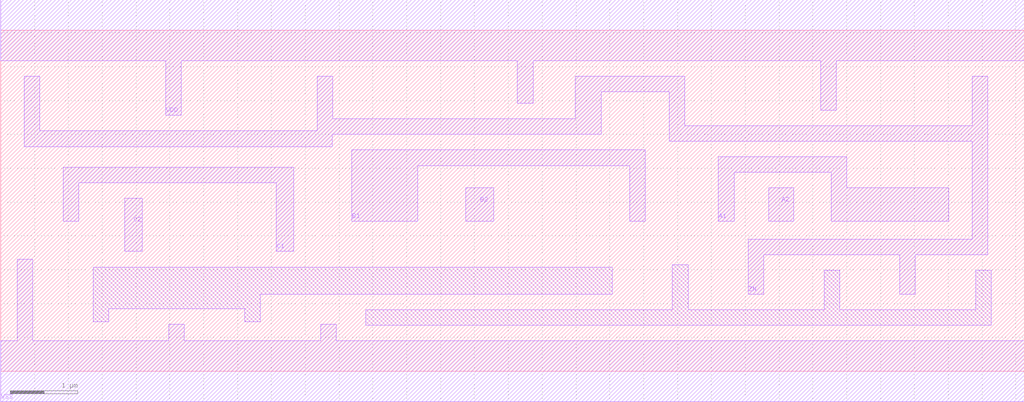
<source format=lef>
# Copyright 2022 GlobalFoundries PDK Authors
#
# Licensed under the Apache License, Version 2.0 (the "License");
# you may not use this file except in compliance with the License.
# You may obtain a copy of the License at
#
#      http://www.apache.org/licenses/LICENSE-2.0
#
# Unless required by applicable law or agreed to in writing, software
# distributed under the License is distributed on an "AS IS" BASIS,
# WITHOUT WARRANTIES OR CONDITIONS OF ANY KIND, either express or implied.
# See the License for the specific language governing permissions and
# limitations under the License.

MACRO gf180mcu_fd_sc_mcu9t5v0__oai222_2
  CLASS core ;
  FOREIGN gf180mcu_fd_sc_mcu9t5v0__oai222_2 0.0 0.0 ;
  ORIGIN 0 0 ;
  SYMMETRY X Y ;
  SITE GF018hv5v_green_sc9 ;
  SIZE 15.12 BY 5.04 ;
  PIN A1
    DIRECTION INPUT ;
    ANTENNAGATEAREA 3.414 ;
    PORT
      LAYER METAL1 ;
        POLYGON 10.605 2.215 10.835 2.215 10.835 2.94 12.27 2.94 12.27 2.215 14.005 2.215 14.005 2.71 12.5 2.71 12.5 3.17 10.605 3.17  ;
    END
  END A1
  PIN A2
    DIRECTION INPUT ;
    ANTENNAGATEAREA 3.414 ;
    PORT
      LAYER METAL1 ;
        POLYGON 11.35 2.215 11.715 2.215 11.715 2.71 11.35 2.71  ;
    END
  END A2
  PIN B1
    DIRECTION INPUT ;
    ANTENNAGATEAREA 3.414 ;
    PORT
      LAYER METAL1 ;
        POLYGON 5.19 2.215 6.165 2.215 6.165 3.04 9.035 3.04 9.295 3.04 9.295 2.215 9.525 2.215 9.525 3.27 9.035 3.27 5.19 3.27  ;
    END
  END B1
  PIN B2
    DIRECTION INPUT ;
    ANTENNAGATEAREA 3.414 ;
    PORT
      LAYER METAL1 ;
        POLYGON 6.87 2.215 7.285 2.215 7.285 2.71 6.87 2.71  ;
    END
  END B2
  PIN C1
    DIRECTION INPUT ;
    ANTENNAGATEAREA 3.414 ;
    PORT
      LAYER METAL1 ;
        POLYGON 0.925 2.215 1.155 2.215 1.155 2.785 4.07 2.785 4.07 1.77 4.33 1.77 4.33 3.015 0.925 3.015  ;
    END
  END C1
  PIN C2
    DIRECTION INPUT ;
    ANTENNAGATEAREA 3.414 ;
    PORT
      LAYER METAL1 ;
        POLYGON 1.83 1.77 2.09 1.77 2.09 2.555 1.83 2.555  ;
    END
  END C2
  PIN ZN
    DIRECTION OUTPUT ;
    ANTENNADIFFAREA 6.57 ;
    PORT
      LAYER METAL1 ;
        POLYGON 0.345 3.32 4.9 3.32 4.9 3.5 8.87 3.5 8.87 4.13 9.035 4.13 9.875 4.13 9.875 3.4 14.355 3.4 14.355 1.95 11.045 1.95 11.045 1.14 11.275 1.14 11.275 1.72 13.285 1.72 13.285 1.14 13.515 1.14 13.515 1.72 14.585 1.72 14.585 4.36 14.355 4.36 14.355 3.63 10.105 3.63 10.105 4.36 9.035 4.36 8.49 4.36 8.49 3.73 4.905 3.73 4.905 4.36 4.675 4.36 4.675 3.55 0.575 3.55 0.575 4.36 0.345 4.36  ;
    END
  END ZN
  PIN VDD
    DIRECTION INOUT ;
    USE power ;
    SHAPE ABUTMENT ;
    PORT
      LAYER METAL1 ;
        POLYGON 0 4.59 2.435 4.59 2.435 3.78 2.665 3.78 2.665 4.59 7.635 4.59 7.635 3.96 7.865 3.96 7.865 4.59 9.035 4.59 12.115 4.59 12.115 3.86 12.345 3.86 12.345 4.59 14.635 4.59 15.12 4.59 15.12 5.49 14.635 5.49 9.035 5.49 0 5.49  ;
    END
  END VDD
  PIN VSS
    DIRECTION INOUT ;
    USE ground ;
    SHAPE ABUTMENT ;
    PORT
      LAYER METAL1 ;
        POLYGON 0 -0.45 15.12 -0.45 15.12 0.45 4.955 0.45 4.955 0.695 4.725 0.695 4.725 0.45 2.715 0.45 2.715 0.695 2.485 0.695 2.485 0.45 0.475 0.45 0.475 1.655 0.245 1.655 0.245 0.45 0 0.45  ;
    END
  END VSS
  OBS
      LAYER METAL1 ;
        POLYGON 1.365 0.73 1.595 0.73 1.595 0.925 3.605 0.925 3.605 0.73 3.835 0.73 3.835 1.14 9.035 1.14 9.035 1.54 1.365 1.54  ;
        POLYGON 5.39 0.68 14.635 0.68 14.635 1.49 14.405 1.49 14.405 0.91 12.395 0.91 12.395 1.49 12.165 1.49 12.165 0.91 10.155 0.91 10.155 1.575 9.925 1.575 9.925 0.91 5.39 0.91  ;
  END
END gf180mcu_fd_sc_mcu9t5v0__oai222_2

</source>
